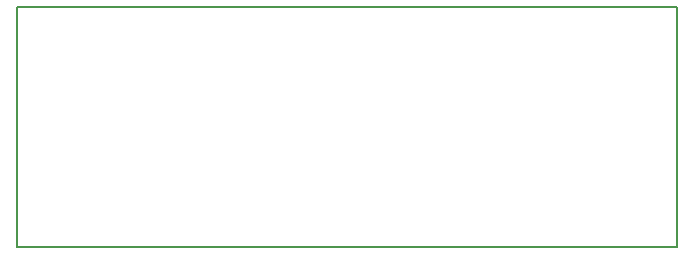
<source format=gbr>
G04 #@! TF.FileFunction,Profile,NP*
%FSLAX46Y46*%
G04 Gerber Fmt 4.6, Leading zero omitted, Abs format (unit mm)*
G04 Created by KiCad (PCBNEW 4.0.5) date 02/09/17 20:40:09*
%MOMM*%
%LPD*%
G01*
G04 APERTURE LIST*
%ADD10C,0.100000*%
%ADD11C,0.150000*%
G04 APERTURE END LIST*
D10*
D11*
X109220000Y-81280000D02*
X163830000Y-81280000D01*
X107950000Y-81280000D02*
X107950000Y-101600000D01*
X109220000Y-81280000D02*
X107950000Y-81280000D01*
X163830000Y-101600000D02*
X163830000Y-81280000D01*
X107950000Y-101600000D02*
X163830000Y-101600000D01*
M02*

</source>
